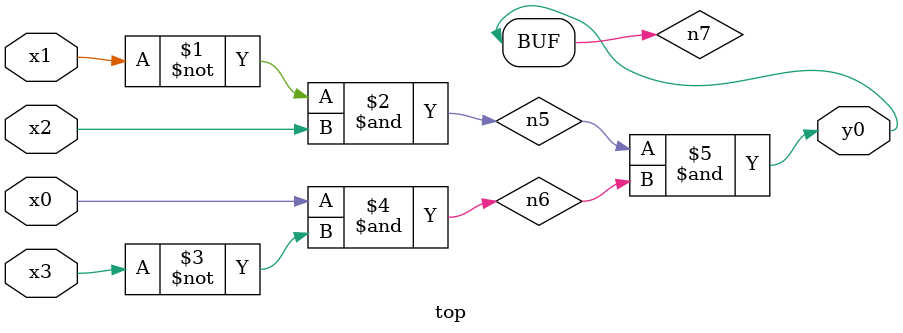
<source format=v>
module top( x0 , x1 , x2 , x3 , y0 );
  input x0 , x1 , x2 , x3 ;
  output y0 ;
  wire n5 , n6 , n7 ;
  assign n5 = ~x1 & x2 ;
  assign n6 = x0 & ~x3 ;
  assign n7 = n5 & n6 ;
  assign y0 = n7 ;
endmodule

</source>
